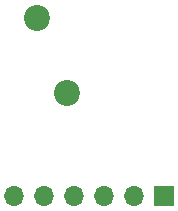
<source format=gbr>
G04 #@! TF.GenerationSoftware,KiCad,Pcbnew,(5.1.5-0-10_14)*
G04 #@! TF.CreationDate,2020-01-23T15:25:11+01:00*
G04 #@! TF.ProjectId,Cherry MX Breakout Board (Mill-Max-7305),43686572-7279-4204-9d58-20427265616b,v1*
G04 #@! TF.SameCoordinates,Original*
G04 #@! TF.FileFunction,Copper,L1,Top*
G04 #@! TF.FilePolarity,Positive*
%FSLAX46Y46*%
G04 Gerber Fmt 4.6, Leading zero omitted, Abs format (unit mm)*
G04 Created by KiCad (PCBNEW (5.1.5-0-10_14)) date 2020-01-23 15:25:11*
%MOMM*%
%LPD*%
G04 APERTURE LIST*
%ADD10C,2.200000*%
%ADD11R,1.700000X1.700000*%
%ADD12O,1.700000X1.700000*%
G04 APERTURE END LIST*
D10*
X148336000Y-102870000D03*
X150876000Y-109220000D03*
D11*
X159092000Y-117946000D03*
D12*
X156552000Y-117946000D03*
X154012000Y-117946000D03*
X151472000Y-117946000D03*
X148932000Y-117946000D03*
X146392000Y-117946000D03*
M02*

</source>
